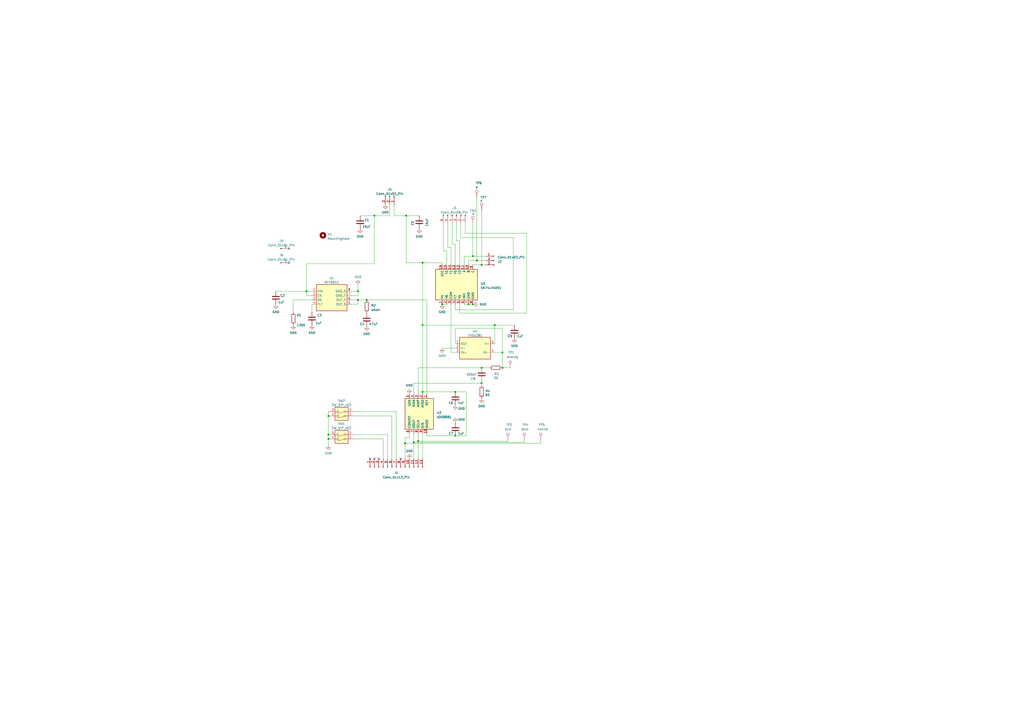
<source format=kicad_sch>
(kicad_sch (version 20231120) (generator "eeschema") (generator_version "8.0")
  (paper "A2")
  (title_block (title "Stem Piano - Six Channel Analog 0.0") (date "2023") (rev "0.0"))
  (lib_symbols
    (symbol "Connector:Conn_01x01_Pin" (pin_names (offset 1.016) hide)
      (property "Reference" "J" (at 0 2.54 0))
      (property "Value" "Conn_01x01_Pin" (at 0 -2.54 0))
      (symbol "Conn_01x01_Pin_1_1"
        (polyline (pts (xy 1.27 0) (xy 0.8636 0)) (stroke (width 0.1524)))
        (rectangle (start 0.8636 0.127) (end 0 -0.127) (stroke (width 0.1524)) (fill (type outline)))
        (pin passive line (at 5.08 0 180) (length 3.81) (name "Pin_1") (number "1"))
      )
    )
    (symbol "Connector:Conn_01x03_Pin" (pin_names (offset 1.016) hide)
      (property "Reference" "J" (at 0 5.08 0))
      (property "Value" "Conn_01x03_Pin" (at 0 -5.08 0))
      (symbol "Conn_01x03_Pin_1_1"
        (polyline (pts (xy 1.27 -2.54) (xy 0.8636 -2.54)) (stroke (width 0.1524)))
        (polyline (pts (xy 1.27 0) (xy 0.8636 0)) (stroke (width 0.1524)))
        (polyline (pts (xy 1.27 2.54) (xy 0.8636 2.54)) (stroke (width 0.1524)))
        (rectangle (start 0.8636 -2.413) (end 0 -2.667) (stroke (width 0.1524)) (fill (type outline)))
        (rectangle (start 0.8636 0.127) (end 0 -0.127) (stroke (width 0.1524)) (fill (type outline)))
        (rectangle (start 0.8636 2.667) (end 0 2.413) (stroke (width 0.1524)) (fill (type outline)))
        (pin passive line (at 5.08 2.54 180) (length 3.81) (name "Pin_1") (number "1"))
        (pin passive line (at 5.08 0 180) (length 3.81) (name "Pin_2") (number "2"))
        (pin passive line (at 5.08 -2.54 180) (length 3.81) (name "Pin_3") (number "3"))
      )
    )
    (symbol "Connector:Conn_01x06_Pin" (pin_names (offset 1.016) hide)
      (property "Reference" "J" (at 0 7.62 0))
      (property "Value" "Conn_01x06_Pin" (at 0 -10.16 0))
      (symbol "Conn_01x06_Pin_1_1"
        (polyline (pts (xy 1.27 -7.62) (xy 0.8636 -7.62)) (stroke (width 0.1524)))
        (polyline (pts (xy 1.27 -5.08) (xy 0.8636 -5.08)) (stroke (width 0.1524)))
        (polyline (pts (xy 1.27 -2.54) (xy 0.8636 -2.54)) (stroke (width 0.1524)))
        (polyline (pts (xy 1.27 0) (xy 0.8636 0)) (stroke (width 0.1524)))
        (polyline (pts (xy 1.27 2.54) (xy 0.8636 2.54)) (stroke (width 0.1524)))
        (polyline (pts (xy 1.27 5.08) (xy 0.8636 5.08)) (stroke (width 0.1524)))
        (rectangle (start 0.8636 -7.493) (end 0 -7.747) (stroke (width 0.1524)) (fill (type outline)))
        (rectangle (start 0.8636 -4.953) (end 0 -5.207) (stroke (width 0.1524)) (fill (type outline)))
        (rectangle (start 0.8636 -2.413) (end 0 -2.667) (stroke (width 0.1524)) (fill (type outline)))
        (rectangle (start 0.8636 0.127) (end 0 -0.127) (stroke (width 0.1524)) (fill (type outline)))
        (rectangle (start 0.8636 2.667) (end 0 2.413) (stroke (width 0.1524)) (fill (type outline)))
        (rectangle (start 0.8636 5.207) (end 0 4.953) (stroke (width 0.1524)) (fill (type outline)))
        (pin passive line (at 5.08 5.08 180) (length 3.81) (name "Pin_1") (number "1"))
        (pin passive line (at 5.08 2.54 180) (length 3.81) (name "Pin_2") (number "2"))
        (pin passive line (at 5.08 0 180) (length 3.81) (name "Pin_3") (number "3"))
        (pin passive line (at 5.08 -2.54 180) (length 3.81) (name "Pin_4") (number "4"))
        (pin passive line (at 5.08 -5.08 180) (length 3.81) (name "Pin_5") (number "5"))
        (pin passive line (at 5.08 -7.62 180) (length 3.81) (name "Pin_6") (number "6"))
      )
    )
    (symbol "Connector:Conn_01x13_Pin" (pin_names (offset 1.016) hide)
      (property "Reference" "J" (at 0 17.78 0))
      (property "Value" "Conn_01x13_Pin" (at 0 -17.78 0))
      (symbol "Conn_01x13_Pin_1_1"
        (polyline (pts (xy 1.27 -15.24) (xy 0.8636 -15.24)) (stroke (width 0.1524)))
        (polyline (pts (xy 1.27 -12.7) (xy 0.8636 -12.7)) (stroke (width 0.1524)))
        (polyline (pts (xy 1.27 -10.16) (xy 0.8636 -10.16)) (stroke (width 0.1524)))
        (polyline (pts (xy 1.27 -7.62) (xy 0.8636 -7.62)) (stroke (width 0.1524)))
        (polyline (pts (xy 1.27 -5.08) (xy 0.8636 -5.08)) (stroke (width 0.1524)))
        (polyline (pts (xy 1.27 -2.54) (xy 0.8636 -2.54)) (stroke (width 0.1524)))
        (polyline (pts (xy 1.27 0) (xy 0.8636 0)) (stroke (width 0.1524)))
        (polyline (pts (xy 1.27 2.54) (xy 0.8636 2.54)) (stroke (width 0.1524)))
        (polyline (pts (xy 1.27 5.08) (xy 0.8636 5.08)) (stroke (width 0.1524)))
        (polyline (pts (xy 1.27 7.62) (xy 0.8636 7.62)) (stroke (width 0.1524)))
        (polyline (pts (xy 1.27 10.16) (xy 0.8636 10.16)) (stroke (width 0.1524)))
        (polyline (pts (xy 1.27 12.7) (xy 0.8636 12.7)) (stroke (width 0.1524)))
        (polyline (pts (xy 1.27 15.24) (xy 0.8636 15.24)) (stroke (width 0.1524)))
        (rectangle (start 0.8636 -15.113) (end 0 -15.367) (stroke (width 0.1524)) (fill (type outline)))
        (rectangle (start 0.8636 -12.573) (end 0 -12.827) (stroke (width 0.1524)) (fill (type outline)))
        (rectangle (start 0.8636 -10.033) (end 0 -10.287) (stroke (width 0.1524)) (fill (type outline)))
        (rectangle (start 0.8636 -7.493) (end 0 -7.747) (stroke (width 0.1524)) (fill (type outline)))
        (rectangle (start 0.8636 -4.953) (end 0 -5.207) (stroke (width 0.1524)) (fill (type outline)))
        (rectangle (start 0.8636 -2.413) (end 0 -2.667) (stroke (width 0.1524)) (fill (type outline)))
        (rectangle (start 0.8636 0.127) (end 0 -0.127) (stroke (width 0.1524)) (fill (type outline)))
        (rectangle (start 0.8636 2.667) (end 0 2.413) (stroke (width 0.1524)) (fill (type outline)))
        (rectangle (start 0.8636 5.207) (end 0 4.953) (stroke (width 0.1524)) (fill (type outline)))
        (rectangle (start 0.8636 7.747) (end 0 7.493) (stroke (width 0.1524)) (fill (type outline)))
        (rectangle (start 0.8636 10.287) (end 0 10.033) (stroke (width 0.1524)) (fill (type outline)))
        (rectangle (start 0.8636 12.827) (end 0 12.573) (stroke (width 0.1524)) (fill (type outline)))
        (rectangle (start 0.8636 15.367) (end 0 15.113) (stroke (width 0.1524)) (fill (type outline)))
        (pin passive line (at 5.08 15.24 180) (length 3.81) (name "Pin_1") (number "1"))
        (pin passive line (at 5.08 -7.62 180) (length 3.81) (name "Pin_10") (number "10"))
        (pin passive line (at 5.08 -10.16 180) (length 3.81) (name "Pin_11") (number "11"))
        (pin passive line (at 5.08 -12.7 180) (length 3.81) (name "Pin_12") (number "12"))
        (pin passive line (at 5.08 -15.24 180) (length 3.81) (name "Pin_13") (number "13"))
        (pin passive line (at 5.08 12.7 180) (length 3.81) (name "Pin_2") (number "2"))
        (pin passive line (at 5.08 10.16 180) (length 3.81) (name "Pin_3") (number "3"))
        (pin passive line (at 5.08 7.62 180) (length 3.81) (name "Pin_4") (number "4"))
        (pin passive line (at 5.08 5.08 180) (length 3.81) (name "Pin_5") (number "5"))
        (pin passive line (at 5.08 2.54 180) (length 3.81) (name "Pin_6") (number "6"))
        (pin passive line (at 5.08 0 180) (length 3.81) (name "Pin_7") (number "7"))
        (pin passive line (at 5.08 -2.54 180) (length 3.81) (name "Pin_8") (number "8"))
        (pin passive line (at 5.08 -5.08 180) (length 3.81) (name "Pin_9") (number "9"))
      )
    )
    (symbol "Connector:TestPoint" (pin_numbers hide) (pin_names (offset 0.762) hide)
      (property "Reference" "TP" (at 0 6.858 0))
      (property "Value" "TestPoint" (at 0 5.08 0))
      (symbol "TestPoint_0_1"
        (circle (center 0 3.302) (radius 0.762))
      )
      (symbol "TestPoint_1_1"
        (pin passive line (at 0 0 90) (length 2.54) (name "1") (number "1"))
      )
    )
    (symbol "Device:C" (pin_numbers hide) (pin_names (offset 0.254))
      (property "Reference" "C" (at 0.635 2.54 0))
      (property "Value" "C" (at 0.635 -2.54 0))
      (symbol "C_0_1"
        (polyline (pts (xy -2.032 -0.762) (xy 2.032 -0.762)) (stroke (width 0.508)))
        (polyline (pts (xy -2.032 0.762) (xy 2.032 0.762)) (stroke (width 0.508)))
      )
      (symbol "C_1_1"
        (pin passive line (at 0 3.81 270) (length 2.794) (name "~") (number "1"))
        (pin passive line (at 0 -3.81 90) (length 2.794) (name "~") (number "2"))
      )
    )
    (symbol "Device:R" (pin_numbers hide) (pin_names (offset 0))
      (property "Reference" "R" (at 2.032 0 90))
      (property "Value" "R" (at 0 0 90))
      (symbol "R_0_1"
        (rectangle (start -1.016 -2.54) (end 1.016 2.54) (stroke (width 0.254)))
      )
      (symbol "R_1_1"
        (pin passive line (at 0 3.81 270) (length 1.27) (name "~") (number "1"))
        (pin passive line (at 0 -3.81 90) (length 1.27) (name "~") (number "2"))
      )
    )
    (symbol "GND_1" (power) (pin_numbers hide) (pin_names (offset 0) hide)
      (property "Value" "GND" (at 0 -3.81 0))
      (symbol "GND_1_0_1"
        (polyline (pts (xy 0 0) (xy 0 -1.27) (xy 1.27 -1.27) (xy 0 -2.54) (xy -1.27 -1.27) (xy 0 -1.27)))
      )
      (symbol "GND_1_1_1"
        (pin power_in line (at 0 0 270) (length 0) (name "~") (number "1"))
      )
    )
    (symbol "Mechanical:MountingHole" (pin_names (offset 1.016))
      (property "Reference" "H" (at 0 5.08 0))
      (property "Value" "MountingHole" (at 0 3.175 0))
      (symbol "MountingHole_0_1"
        (circle (center 0 0) (radius 1.27) (stroke (width 1.27)))
      )
    )
    (symbol "Switch:SW_DIP_x02" (pin_names (offset 0) hide)
      (property "Reference" "SW" (at 0 6.35 0))
      (property "Value" "SW_DIP_x02" (at 0 -3.81 0))
      (symbol "SW_DIP_x02_0_0"
        (circle (center -2.032 0) (radius 0.508))
        (circle (center -2.032 2.54) (radius 0.508))
        (polyline (pts (xy -1.524 0.127) (xy 2.3622 1.1684)))
        (polyline (pts (xy -1.524 2.667) (xy 2.3622 3.7084)))
        (circle (center 2.032 0) (radius 0.508))
        (circle (center 2.032 2.54) (radius 0.508))
      )
      (symbol "SW_DIP_x02_0_1"
        (rectangle (start -3.81 5.08) (end 3.81 -2.54) (stroke (width 0.254)) (fill (type background)))
      )
      (symbol "SW_DIP_x02_1_1"
        (pin passive line (at -7.62 2.54 0) (length 5.08) (name "~") (number "1"))
        (pin passive line (at -7.62 0 0) (length 5.08) (name "~") (number "2"))
        (pin passive line (at 7.62 0 180) (length 5.08) (name "~") (number "3"))
        (pin passive line (at 7.62 2.54 180) (length 5.08) (name "~") (number "4"))
      )
    )
    (symbol "stem_piano_symbols:ADS8881"
      (property "Reference" "U" (at 0 1.27 0))
      (property "Value" "ADS8881" (at 0 7.62 0))
      (symbol "ADS8881_0_1"
        (rectangle (start -8.89 8.89) (end 8.89 -7.62) (stroke (width 0.254)) (fill (type background)))
      )
      (symbol "ADS8881_1_1"
        (pin input line (at -11.43 5.08 0) (length 2.54) (name "REF") (number "1"))
        (pin power_in line (at 11.43 5.08 180) (length 2.54) (name "DVDD") (number "10"))
        (pin power_in line (at -11.43 2.54 0) (length 2.54) (name "AVDD") (number "2"))
        (pin input line (at -11.43 0 0) (length 2.54) (name "AINP") (number "3"))
        (pin input line (at -11.43 -2.54 0) (length 2.54) (name "AINN") (number "4"))
        (pin power_in line (at -11.43 -5.08 0) (length 2.54) (name "GDN") (number "5"))
        (pin input line (at 11.43 -5.08 180) (length 2.54) (name "CONVST") (number "6"))
        (pin output line (at 11.43 -2.54 180) (length 2.54) (name "DOUT") (number "7"))
        (pin input line (at 11.43 0 180) (length 2.54) (name "SCLK") (number "8"))
        (pin input line (at 11.43 2.54 180) (length 2.54) (name "DIN") (number "9"))
      )
    )
    (symbol "stem_piano_symbols:REF6030"
      (property "Reference" "U" (at 0 0 0))
      (property "Value" "REF60XX" (at 0 6.35 0))
      (symbol "REF6030_0_1"
        (rectangle (start -8.89 7.62) (end 8.89 -7.62) (stroke (width 0.254)) (fill (type background)))
      )
      (symbol "REF6030_1_1"
        (pin power_in line (at -11.43 3.81 0) (length 2.54) (name "VIN") (number "1"))
        (pin input line (at -11.43 1.27 0) (length 2.54) (name "EN") (number "2"))
        (pin input line (at -11.43 -1.27 0) (length 2.54) (name "SS") (number "3"))
        (pin input line (at -11.43 -3.81 0) (length 2.54) (name "FLT") (number "4"))
        (pin input line (at 11.43 -3.81 180) (length 2.54) (name "OUT_S") (number "5"))
        (pin output line (at 11.43 -1.27 180) (length 2.54) (name "OUT_F") (number "6"))
        (pin power_in line (at 11.43 1.27 180) (length 2.54) (name "GND_F") (number "7"))
        (pin power_in line (at 11.43 3.81 180) (length 2.54) (name "GND_S") (number "8"))
      )
    )
    (symbol "stem_piano_symbols:SN74LV4051"
      (property "Reference" "U" (at -8.89 16.51 0))
      (property "Value" "SN74LV4051" (at -8.89 13.97 0))
      (symbol "SN74LV4051_0_1"
        (rectangle (start -8.89 12.7) (end 8.89 -11.43) (stroke (width 0.254)) (fill (type background)))
      )
      (symbol "SN74LV4051_1_1"
        (pin input line (at -11.43 8.89 0) (length 2.54) (name "Y4") (number "1"))
        (pin input line (at 11.43 -6.35 180) (length 2.54) (name "B") (number "10"))
        (pin input line (at 11.43 -3.81 180) (length 2.54) (name "A") (number "11"))
        (pin input line (at 11.43 -1.27 180) (length 2.54) (name "Y3") (number "12"))
        (pin input line (at 11.43 1.27 180) (length 2.54) (name "Y0") (number "13"))
        (pin input line (at 11.43 3.81 180) (length 2.54) (name "Y1") (number "14"))
        (pin input line (at 11.43 6.35 180) (length 2.54) (name "Y2") (number "15"))
        (pin power_in line (at 11.43 8.89 180) (length 2.54) (name "VCC") (number "16"))
        (pin input line (at -11.43 6.35 0) (length 2.54) (name "Y6") (number "2"))
        (pin output line (at -11.43 3.81 0) (length 2.54) (name "COM") (number "3"))
        (pin input line (at -11.43 1.27 0) (length 2.54) (name "Y7") (number "4"))
        (pin input line (at -11.43 -1.27 0) (length 2.54) (name "Y5") (number "5"))
        (pin input line (at -11.43 -3.81 0) (length 2.54) (name "INH") (number "6"))
        (pin power_in line (at -11.43 -6.35 0) (length 2.54) (name "GND") (number "7"))
        (pin power_in line (at -11.43 -8.89 0) (length 2.54) (name "GND") (number "8"))
        (pin input line (at 11.43 -8.89 180) (length 2.54) (name "C") (number "9"))
      )
    )
    (symbol "stem_piano_symbols:THS4281"
      (property "Reference" "U" (at 0 -1.27 0))
      (property "Value" "THS4281" (at 0 5.08 0))
      (symbol "THS4281_0_1"
        (rectangle (start -8.89 6.35) (end 8.89 -6.35) (stroke (width 0.254)) (fill (type background)))
      )
      (symbol "THS4281_1_1"
        (pin output line (at -11.43 2.54 0) (length 2.54) (name "OUT") (number "1"))
        (pin power_in line (at -11.43 0 0) (length 2.54) (name "V-") (number "2"))
        (pin input line (at -11.43 -2.54 0) (length 2.54) (name "IN+") (number "3"))
        (pin input line (at 11.43 -2.54 180) (length 2.54) (name "IN-") (number "4"))
        (pin power_in line (at 11.43 2.54 180) (length 2.54) (name "V+") (number "5"))
      )
    )
  )
  (junction (at 190.5 254.635))
  (junction (at 242.57 255.905))
  (junction (at 279.4 222.25))
  (junction (at 264.16 252.73))
  (junction (at 245.11 188.595))
  (junction (at 287.02 188.595))
  (junction (at 256.54 176.53))
  (junction (at 264.16 227.33))
  (junction (at 279.4 213.36))
  (junction (at 271.78 176.53))
  (junction (at 291.465 213.36))
  (junction (at 234.95 257.175))
  (junction (at 245.11 227.33))
  (junction (at 190.5 252.095))
  (junction (at 217.17 125.095))
  (junction (at 291.465 204.47))
  (junction (at 207.645 173.99))
  (junction (at 190.5 241.3))
  (junction (at 245.11 152.4))
  (junction (at 177.8 168.91))
  (junction (at 207.645 168.91))
  (junction (at 274.32 176.53))
  (junction (at 212.725 173.99))
  (junction (at 240.03 256.54))
  (junction (at 235.585 125.095))
  (junction (at 276.606 151.13))
  (junction (at 274.32 148.59))
  (junction (at 279.4 153.67))
  (no_connect (at 167.64 152.4))
  (no_connect (at 217.17 266.065))
  (no_connect (at 214.63 266.065))
  (no_connect (at 219.71 266.065))
  (no_connect (at 232.41 266.065))
  (no_connect (at 167.64 144.145))
  (wire (pts (xy 247.65 173.99) (xy 247.65 228.6)))
  (wire (pts (xy 242.57 255.905) (xy 242.57 266.065)))
  (wire (pts (xy 279.4 121.92) (xy 279.4 153.67)))
  (wire (pts (xy 264.16 190.5) (xy 291.465 190.5)))
  (wire (pts (xy 205.74 254.635) (xy 222.25 254.635)))
  (wire (pts (xy 266.7 139.7) (xy 264.795 139.7)))
  (wire (pts (xy 259.08 153.67) (xy 259.08 145.415)))
  (wire (pts (xy 264.16 141.605) (xy 262.255 141.605)))
  (wire (pts (xy 245.11 152.4) (xy 245.11 188.595)))
  (wire (pts (xy 274.32 148.59) (xy 281.686 148.59)))
  (wire (pts (xy 271.78 176.53) (xy 274.32 176.53)))
  (wire (pts (xy 279.4 153.67) (xy 281.686 153.67)))
  (wire (pts (xy 279.4 222.25) (xy 279.4 223.52)))
  (wire (pts (xy 287.02 188.595) (xy 287.02 199.39)))
  (wire (pts (xy 269.24 176.53) (xy 271.78 176.53)))
  (wire (pts (xy 160.02 168.91) (xy 177.8 168.91)))
  (wire (pts (xy 259.08 176.53) (xy 256.54 176.53)))
  (wire (pts (xy 267.335 137.795) (xy 297.815 137.795)))
  (wire (pts (xy 264.16 199.39) (xy 264.16 190.5)))
  (wire (pts (xy 207.645 168.91) (xy 207.645 165.1)))
  (wire (pts (xy 305.435 135.255) (xy 305.435 181.61)))
  (wire (pts (xy 205.74 238.76) (xy 229.87 238.76)))
  (wire (pts (xy 269.875 129.54) (xy 269.875 135.255)))
  (wire (pts (xy 240.03 222.25) (xy 240.03 228.6)))
  (wire (pts (xy 267.335 129.54) (xy 267.335 137.795)))
  (wire (pts (xy 234.95 254) (xy 234.95 257.175)))
  (wire (pts (xy 245.11 251.46) (xy 245.11 266.065)))
  (wire (pts (xy 242.57 251.46) (xy 242.57 255.905)))
  (wire (pts (xy 287.02 204.47) (xy 291.465 204.47)))
  (wire (pts (xy 203.835 171.45) (xy 207.645 171.45)))
  (wire (pts (xy 274.32 129.54) (xy 274.32 148.59)))
  (wire (pts (xy 256.54 201.93) (xy 264.16 201.93)))
  (wire (pts (xy 229.87 238.76) (xy 229.87 266.065)))
  (wire (pts (xy 190.5 241.3) (xy 190.5 252.095)))
  (wire (pts (xy 205.74 252.095) (xy 224.79 252.095)))
  (wire (pts (xy 180.975 176.53) (xy 180.975 180.975)))
  (wire (pts (xy 180.975 171.45) (xy 177.8 171.45)))
  (wire (pts (xy 266.7 176.53) (xy 266.7 181.61)))
  (wire (pts (xy 264.16 179.705) (xy 264.16 176.53)))
  (wire (pts (xy 274.32 153.67) (xy 279.4 153.67)))
  (wire (pts (xy 270.51 227.33) (xy 264.16 227.33)))
  (wire (pts (xy 177.8 171.45) (xy 177.8 168.91)))
  (wire (pts (xy 242.57 255.905) (xy 294.64 255.905)))
  (wire (pts (xy 297.815 137.795) (xy 297.815 179.705)))
  (wire (pts (xy 269.24 148.59) (xy 269.24 153.67)))
  (wire (pts (xy 264.16 252.73) (xy 270.51 252.73)))
  (wire (pts (xy 271.78 151.13) (xy 271.78 153.67)))
  (wire (pts (xy 266.7 181.61) (xy 305.435 181.61)))
  (wire (pts (xy 313.69 255.27) (xy 313.69 257.175)))
  (wire (pts (xy 170.18 173.99) (xy 170.18 180.975)))
  (wire (pts (xy 235.585 125.095) (xy 235.585 152.4)))
  (wire (pts (xy 291.465 204.47) (xy 291.465 213.36)))
  (wire (pts (xy 247.65 252.73) (xy 247.65 251.46)))
  (wire (pts (xy 294.64 255.27) (xy 294.64 255.905)))
  (wire (pts (xy 177.8 168.91) (xy 180.975 168.91)))
  (wire (pts (xy 257.175 145.415) (xy 257.175 129.54)))
  (wire (pts (xy 190.5 252.095) (xy 190.5 254.635)))
  (wire (pts (xy 264.16 179.705) (xy 297.815 179.705)))
  (wire (pts (xy 261.62 143.51) (xy 259.715 143.51)))
  (wire (pts (xy 235.585 125.095) (xy 243.205 125.095)))
  (wire (pts (xy 226.06 118.745) (xy 226.06 125.095)))
  (wire (pts (xy 177.8 153.035) (xy 217.17 153.035)))
  (wire (pts (xy 256.54 152.4) (xy 256.54 153.67)))
  (wire (pts (xy 276.606 114.3) (xy 276.606 151.13)))
  (wire (pts (xy 217.17 153.035) (xy 217.17 125.095)))
  (wire (pts (xy 177.8 168.91) (xy 177.8 153.035)))
  (wire (pts (xy 279.4 213.36) (xy 283.718 213.36)))
  (wire (pts (xy 269.875 135.255) (xy 305.435 135.255)))
  (wire (pts (xy 264.16 252.73) (xy 247.65 252.73)))
  (wire (pts (xy 205.74 241.3) (xy 227.33 241.3)))
  (wire (pts (xy 207.645 176.53) (xy 207.645 173.99)))
  (wire (pts (xy 235.585 152.4) (xy 245.11 152.4)))
  (wire (pts (xy 203.835 173.99) (xy 207.645 173.99)))
  (wire (pts (xy 279.4 222.25) (xy 240.03 222.25)))
  (wire (pts (xy 228.6 125.095) (xy 235.585 125.095)))
  (wire (pts (xy 276.606 151.13) (xy 271.78 151.13)))
  (wire (pts (xy 245.11 227.33) (xy 264.16 227.33)))
  (wire (pts (xy 270.51 227.33) (xy 270.51 252.73)))
  (wire (pts (xy 269.24 148.59) (xy 274.32 148.59)))
  (wire (pts (xy 245.11 228.6) (xy 245.11 227.33)))
  (wire (pts (xy 190.5 238.76) (xy 190.5 241.3)))
  (wire (pts (xy 222.25 254.635) (xy 222.25 266.065)))
  (wire (pts (xy 170.18 173.99) (xy 180.975 173.99)))
  (wire (pts (xy 287.02 188.595) (xy 298.45 188.595)))
  (wire (pts (xy 291.465 213.36) (xy 295.91 213.36)))
  (wire (pts (xy 240.03 251.46) (xy 240.03 256.54)))
  (wire (pts (xy 259.08 145.415) (xy 257.175 145.415)))
  (wire (pts (xy 237.49 254) (xy 234.95 254)))
  (wire (pts (xy 245.11 152.4) (xy 256.54 152.4)))
  (wire (pts (xy 203.835 168.91) (xy 207.645 168.91)))
  (wire (pts (xy 291.465 190.5) (xy 291.465 204.47)))
  (wire (pts (xy 313.69 257.175) (xy 234.95 257.175)))
  (wire (pts (xy 190.5 254.635) (xy 190.5 258.445)))
  (wire (pts (xy 242.57 213.36) (xy 242.57 228.6)))
  (wire (pts (xy 279.4 220.98) (xy 279.4 222.25)))
  (wire (pts (xy 259.715 143.51) (xy 259.715 129.54)))
  (wire (pts (xy 279.4 213.36) (xy 242.57 213.36)))
  (wire (pts (xy 234.95 257.175) (xy 234.95 266.065)))
  (wire (pts (xy 207.645 173.99) (xy 212.725 173.99)))
  (wire (pts (xy 240.03 256.54) (xy 240.03 266.065)))
  (wire (pts (xy 224.79 252.095) (xy 224.79 266.065)))
  (wire (pts (xy 264.795 139.7) (xy 264.795 129.54)))
  (wire (pts (xy 227.33 241.3) (xy 227.33 266.065)))
  (wire (pts (xy 208.915 125.095) (xy 217.17 125.095)))
  (wire (pts (xy 207.645 171.45) (xy 207.645 168.91)))
  (wire (pts (xy 291.338 213.36) (xy 291.465 213.36)))
  (wire (pts (xy 276.606 151.13) (xy 281.686 151.13)))
  (wire (pts (xy 237.49 251.46) (xy 237.49 254)))
  (wire (pts (xy 266.7 153.67) (xy 266.7 139.7)))
  (wire (pts (xy 264.16 153.67) (xy 264.16 141.605)))
  (wire (pts (xy 228.6 118.745) (xy 228.6 125.095)))
  (wire (pts (xy 203.835 176.53) (xy 207.645 176.53)))
  (wire (pts (xy 245.11 188.595) (xy 245.11 227.33)))
  (wire (pts (xy 261.62 204.47) (xy 264.16 204.47)))
  (wire (pts (xy 262.255 141.605) (xy 262.255 129.54)))
  (wire (pts (xy 304.165 255.27) (xy 304.165 256.54)))
  (wire (pts (xy 245.11 188.595) (xy 287.02 188.595)))
  (wire (pts (xy 261.62 176.53) (xy 261.62 204.47)))
  (wire (pts (xy 261.62 153.67) (xy 261.62 143.51)))
  (wire (pts (xy 226.06 125.095) (xy 217.17 125.095)))
  (wire (pts (xy 240.03 256.54) (xy 304.165 256.54)))
  (wire (pts (xy 212.725 173.99) (xy 247.65 173.99)))
  (symbol (lib_name "GND_1") (lib_id "power:GND") (at 264.16 234.95 0) (unit 1)
    (property "Reference" "#PWR016" (effects (hide yes)))
    (property "Value" "GND" (at 267.716 236.982 0))
    (property "Description" "Power symbol creates a global label with name \"GND\" , ground" (effects (hide yes)))
  )
  (symbol (lib_id "Connector:TestPoint") (at 313.69 255.27 0) (unit 1)
    (property "Reference" "TP5" (at 312.42 246.38 0) (effects (justify left)))
    (property "Value" "convst" (at 311.785 248.92 0) (effects (justify left)))
    (property "Footprint" "TestPoint:TestPoint_Keystone_5000-5004_Miniature" (effects (hide yes)))
  )
  (symbol (lib_id "stem_piano_symbols:ADS8881") (at 242.57 240.03 270) (unit 1)
    (property "Reference" "U2" (at 253.365 239.395 90) (effects (justify left)))
    (property "Value" "ADS8881" (at 253.365 241.935 90) (effects (justify left)))
    (property "Footprint" "stem_piano_footprints:VSSOP-10_medpad" (effects (hide yes)))
  )
  (symbol (lib_id "Device:C") (at 160.02 172.72 0) (unit 1)
    (property "Reference" "C2" (at 162.56 171.45 0) (effects (justify left)))
    (property "Value" "1uF" (at 161.29 175.26 0) (effects (justify left)))
    (property "Footprint" "stem_piano_footprints:C_0805_2012_1.18x1.45mm_medpad" (effects (hide yes)))
  )
  (symbol (lib_id "Connector:Conn_01x03_Pin") (at 226.06 113.665 270) (unit 1)
    (property "Reference" "J4" (at 226.06 109.855 90))
    (property "Value" "Conn_01x03_Pin" (at 226.06 112.395 90))
    (property "Footprint" "Connector_PinHeader_2.54mm:PinHeader_1x03_P2.54mm_Vertical" (effects (hide yes)))
  )
  (symbol (lib_id "Device:C") (at 208.915 128.905 0) (unit 1)
    (property "Reference" "C1" (at 211.455 127.635 0) (effects (justify left)))
    (property "Value" "10uF" (at 210.185 131.445 0) (effects (justify left)))
    (property "Footprint" "stem_piano_footprints:C_0805_2012_1.18x1.45mm_medpad" (effects (hide yes)))
  )
  (symbol (lib_id "Device:R") (at 287.528 213.36 270) (unit 1)
    (property "Reference" "R3" (at 288.036 216.916 90))
    (property "Value" "50" (at 287.782 219.202 90))
    (property "Footprint" "stem_piano_footprints:R_0805_2012_1.20x1.40mm_medpad" (effects (hide yes)))
  )
  (symbol (lib_id "Device:C") (at 264.16 248.92 180) (unit 1)
    (property "Reference" "C7" (at 262.89 251.46 0) (effects (justify left)))
    (property "Value" "1uF" (at 269.24 251.46 0) (effects (justify left)))
    (property "Footprint" "stem_piano_footprints:C_0805_2012_1.18x1.45mm_medpad" (effects (hide yes)))
  )
  (symbol (lib_id "Mechanical:MountingHole") (at 187.325 136.525 0) (unit 1)
    (property "Reference" "H1" (at 189.865 135.89 0) (effects (justify left)))
    (property "Value" "MountingHole" (at 189.865 138.43 0) (effects (justify left)))
    (property "Footprint" "MountingHole:MountingHole_2.2mm_M2_DIN965_Pad_TopBottom" (effects (hide yes)))
  )
  (symbol (lib_name "GND_1") (lib_id "power:GND") (at 180.975 188.595 0) (unit 1)
    (property "Reference" "#PWR07" (effects (hide yes)))
    (property "Value" "GND" (at 180.975 193.04 0))
    (property "Description" "Power symbol creates a global label with name \"GND\" , ground" (effects (hide yes)))
  )
  (symbol (lib_name "GND_1") (lib_id "power:GND") (at 208.915 132.715 0) (unit 1)
    (property "Reference" "#PWR011" (effects (hide yes)))
    (property "Value" "GND" (at 208.915 137.16 0))
    (property "Description" "Power symbol creates a global label with name \"GND\" , ground" (effects (hide yes)))
  )
  (symbol (lib_name "GND_1") (lib_id "power:GND") (at 237.49 228.6 180) (unit 1)
    (property "Reference" "#PWR019" (effects (hide yes)))
    (property "Value" "GND" (at 237.49 223.52 0))
    (property "Description" "Power symbol creates a global label with name \"GND\" , ground" (effects (hide yes)))
  )
  (symbol (lib_name "GND_1") (lib_id "power:GND") (at 207.645 165.1 180) (unit 1)
    (property "Reference" "#PWR010" (effects (hide yes)))
    (property "Value" "GND" (at 207.645 160.655 0))
    (property "Description" "Power symbol creates a global label with name \"GND\" , ground" (effects (hide yes)))
  )
  (symbol (lib_id "Device:C") (at 212.725 185.42 180) (unit 1)
    (property "Reference" "C4" (at 211.455 187.96 0) (effects (justify left)))
    (property "Value" "47uF" (at 219.075 187.96 0) (effects (justify left)))
    (property "Footprint" "stem_piano_footprints:C_0805_2012_1.18x1.45mm_medpad" (effects (hide yes)))
  )
  (symbol (lib_id "Device:C") (at 180.975 184.785 180) (unit 1)
    (property "Reference" "C3" (at 186.69 182.88 0) (effects (justify left)))
    (property "Value" "1uF" (at 186.69 187.325 0) (effects (justify left)))
    (property "Footprint" "stem_piano_footprints:C_0805_2012_1.18x1.45mm_medpad" (effects (hide yes)))
  )
  (symbol (lib_name "GND_1") (lib_id "power:GND") (at 212.725 189.23 0) (unit 1)
    (property "Reference" "#PWR09" (effects (hide yes)))
    (property "Value" "GND" (at 212.725 193.675 0))
    (property "Description" "Power symbol creates a global label with name \"GND\" , ground" (effects (hide yes)))
  )
  (symbol (lib_name "GND_1") (lib_id "power:GND") (at 256.54 201.93 0) (unit 1)
    (property "Reference" "#PWR04" (effects (hide yes)))
    (property "Value" "GND" (at 256.54 206.375 0))
    (property "Description" "Power symbol creates a global label with name \"GND\" , ground" (effects (hide yes)))
  )
  (symbol (lib_name "GND_1") (lib_id "power:GND") (at 223.52 118.745 0) (unit 1)
    (property "Reference" "#PWR012" (effects (hide yes)))
    (property "Value" "GND" (at 223.52 123.19 0))
    (property "Description" "Power symbol creates a global label with name \"GND\" , ground" (effects (hide yes)))
  )
  (symbol (lib_id "Connector:TestPoint") (at 274.32 129.54 0) (unit 1)
    (property "Reference" "TP2" (at 272.542 122.428 0) (effects (justify left)))
    (property "Value" "a" (at 273.812 123.952 0) (effects (justify left)))
    (property "Footprint" "TestPoint:TestPoint_Keystone_5000-5004_Miniature" (effects (hide yes)))
  )
  (symbol (lib_name "GND_1") (lib_id "power:GND") (at 298.45 196.215 0) (unit 1)
    (property "Reference" "#PWR05" (effects (hide yes)))
    (property "Value" "GND" (at 298.45 200.66 0))
    (property "Description" "Power symbol creates a global label with name \"GND\" , ground" (effects (hide yes)))
  )
  (symbol (lib_id "Connector:TestPoint") (at 294.64 255.27 0) (unit 1)
    (property "Reference" "TP3" (at 293.37 246.38 0) (effects (justify left)))
    (property "Value" "sclk" (at 292.735 248.92 0) (effects (justify left)))
    (property "Footprint" "TestPoint:TestPoint_Keystone_5000-5004_Miniature" (effects (hide yes)))
  )
  (symbol (lib_id "Connector:TestPoint") (at 295.91 213.36 0) (unit 1)
    (property "Reference" "TP1" (at 294.64 204.47 0) (effects (justify left)))
    (property "Value" "analog" (at 294.005 207.01 0) (effects (justify left)))
    (property "Footprint" "TestPoint:TestPoint_Keystone_5000-5004_Miniature" (effects (hide yes)))
  )
  (symbol (lib_id "Device:C") (at 298.45 192.405 180) (unit 1)
    (property "Reference" "C9" (at 297.18 194.945 0) (effects (justify left)))
    (property "Value" "1uF" (at 303.53 194.945 0) (effects (justify left)))
    (property "Footprint" "stem_piano_footprints:C_0805_2012_1.18x1.45mm_medpad" (effects (hide yes)))
  )
  (symbol (lib_id "stem_piano_symbols:SN74LV4051") (at 265.43 165.1 90) (unit 1)
    (property "Reference" "U3" (at 278.765 164.465 90) (effects (justify right)))
    (property "Value" "SN74LV4051" (at 278.765 167.005 90) (effects (justify right)))
    (property "Footprint" "stem_piano_footprints:SOIC-16_3.9x9.9mm_P1.27mm_medpad" (effects (hide yes)))
  )
  (symbol (lib_name "GND_1") (lib_id "power:GND") (at 264.16 245.11 180) (unit 1)
    (property "Reference" "#PWR017" (effects (hide yes)))
    (property "Value" "GND" (at 267.716 243.332 0))
    (property "Description" "Power symbol creates a global label with name \"GND\" , ground" (effects (hide yes)))
  )
  (symbol (lib_id "Device:C") (at 279.4 217.17 180) (unit 1)
    (property "Reference" "C8" (at 275.844 219.71 0) (effects (justify left)))
    (property "Value" "500pF" (at 276.606 217.17 0) (effects (justify left)))
    (property "Footprint" "stem_piano_footprints:C_0805_2012_1.18x1.45mm_medpad" (effects (hide yes)))
  )
  (symbol (lib_name "GND_1") (lib_id "power:GND") (at 279.4 231.14 0) (unit 1)
    (property "Reference" "#PWR01" (effects (hide yes)))
    (property "Value" "GND" (at 279.4 235.585 0))
    (property "Description" "Power symbol creates a global label with name \"GND\" , ground" (effects (hide yes)))
  )
  (symbol (lib_id "Device:C") (at 243.205 128.905 0) (unit 1)
    (property "Reference" "C5" (at 239.395 130.81 90) (effects (justify left)))
    (property "Value" "10uF" (at 247.65 131.445 90) (effects (justify left)))
    (property "Footprint" "stem_piano_footprints:C_0805_2012_1.18x1.45mm_medpad" (effects (hide yes)))
  )
  (symbol (lib_id "Connector:Conn_01x03_Pin") (at 286.766 151.13 0) (mirror y) (unit 1)
    (property "Reference" "J2" (at 288.671 151.765 0) (effects (justify right)))
    (property "Value" "Conn_01x03_Pin" (at 288.671 149.225 0) (effects (justify right)))
    (property "Footprint" "Connector_PinHeader_2.54mm:PinHeader_1x03_P2.54mm_Vertical" (effects (hide yes)))
  )
  (symbol (lib_id "Connector:Conn_01x01_Pin") (at 162.56 144.145 0) (unit 1)
    (property "Reference" "J5" (at 163.195 139.7 0))
    (property "Value" "Conn_01x01_Pin" (at 163.195 142.24 0))
    (property "Footprint" "Connector_PinHeader_2.54mm:PinHeader_1x01_P2.54mm_Vertical" (effects (hide yes)))
  )
  (symbol (lib_id "Connector:TestPoint") (at 276.606 114.3 0) (unit 1)
    (property "Reference" "TP6" (at 275.844 106.172 0) (effects (justify left)))
    (property "Value" "b" (at 275.844 108.712 0) (effects (justify left)))
    (property "Footprint" "TestPoint:TestPoint_Keystone_5000-5004_Miniature" (effects (hide yes)))
  )
  (symbol (lib_id "Device:R") (at 212.725 177.8 180) (unit 1)
    (property "Reference" "R2" (at 215.265 177.165 0) (effects (justify right)))
    (property "Value" "small" (at 215.265 179.705 0) (effects (justify right)))
    (property "Footprint" "stem_piano_footprints:R_0805_2012_1.20x1.40mm_medpad" (effects (hide yes)))
  )
  (symbol (lib_id "Switch:SW_DIP_x02") (at 198.12 252.095 180) (unit 1)
    (property "Reference" "SW1" (at 198.12 245.745 0))
    (property "Value" "SW_DIP_x02" (at 198.12 248.285 0))
    (property "Footprint" "stem_piano_footprints:SW_DIP_SPSTx02_Slide_medpad" (effects (hide yes)))
  )
  (symbol (lib_name "GND_1") (lib_id "power:GND") (at 256.54 176.53 0) (unit 1)
    (property "Reference" "#PWR014" (effects (hide yes)))
    (property "Value" "GND" (at 256.54 180.975 0))
    (property "Description" "Power symbol creates a global label with name \"GND\" , ground" (effects (hide yes)))
  )
  (symbol (lib_id "Connector:TestPoint") (at 304.165 255.27 0) (unit 1)
    (property "Reference" "TP4" (at 302.895 246.38 0) (effects (justify left)))
    (property "Value" "dout" (at 302.26 248.92 0) (effects (justify left)))
    (property "Footprint" "TestPoint:TestPoint_Keystone_5000-5004_Miniature" (effects (hide yes)))
  )
  (symbol (lib_id "Switch:SW_DIP_x02") (at 198.12 238.76 180) (unit 1)
    (property "Reference" "SW2" (at 198.12 232.41 0))
    (property "Value" "SW_DIP_x02" (at 198.12 234.95 0))
    (property "Footprint" "stem_piano_footprints:SW_DIP_SPSTx02_Slide_medpad" (effects (hide yes)))
  )
  (symbol (lib_id "Connector:Conn_01x06_Pin") (at 264.795 124.46 270) (unit 1)
    (property "Reference" "J3" (at 263.525 120.65 90))
    (property "Value" "Conn_01x06_Pin" (at 263.525 123.19 90))
    (property "Footprint" "Connector_PinHeader_2.54mm:PinHeader_1x06_P2.54mm_Vertical" (effects (hide yes)))
  )
  (symbol (lib_id "Connector:Conn_01x01_Pin") (at 162.56 152.4 0) (unit 1)
    (property "Reference" "J6" (at 163.195 147.955 0))
    (property "Value" "Conn_01x01_Pin" (at 163.195 150.495 0))
    (property "Footprint" "Connector_PinHeader_2.54mm:PinHeader_1x01_P2.54mm_Vertical" (effects (hide yes)))
  )
  (symbol (lib_id "Connector:TestPoint") (at 279.4 121.92 0) (unit 1)
    (property "Reference" "TP7" (at 278.638 114.554 0) (effects (justify left)))
    (property "Value" "c" (at 278.638 116.332 0) (effects (justify left)))
    (property "Footprint" "TestPoint:TestPoint_Keystone_5000-5004_Miniature" (effects (hide yes)))
  )
  (symbol (lib_id "Device:R") (at 170.18 184.785 180) (unit 1)
    (property "Reference" "R1" (at 172.085 182.88 0) (effects (justify right)))
    (property "Value" "120K" (at 172.085 188.595 0) (effects (justify right)))
    (property "Footprint" "stem_piano_footprints:R_0805_2012_1.20x1.40mm_medpad" (effects (hide yes)))
  )
  (symbol (lib_name "GND_1") (lib_id "power:GND") (at 160.02 176.53 0) (unit 1)
    (property "Reference" "#PWR08" (effects (hide yes)))
    (property "Value" "GND" (at 160.02 180.975 0))
    (property "Description" "Power symbol creates a global label with name \"GND\" , ground" (effects (hide yes)))
  )
  (symbol (lib_name "GND_1") (lib_id "power:GND") (at 170.18 188.595 0) (unit 1)
    (property "Reference" "#PWR06" (effects (hide yes)))
    (property "Value" "GND" (at 170.18 193.04 0))
    (property "Description" "Power symbol creates a global label with name \"GND\" , ground" (effects (hide yes)))
  )
  (symbol (lib_id "stem_piano_symbols:REF6030") (at 192.405 172.72 0) (unit 1)
    (property "Reference" "U1" (at 192.405 161.29 0))
    (property "Value" "REF60XX" (at 192.405 163.83 0))
    (property "Footprint" "stem_piano_footprints:VSSOP-8_3.0x3.0mm_P0.65mm_medpads" (effects (hide yes)))
    (property "Description" "Reference" (effects (hide yes)))
  )
  (symbol (lib_name "GND_1") (lib_id "power:GND") (at 190.5 258.445 0) (unit 1)
    (property "Reference" "#PWR02" (effects (hide yes)))
    (property "Value" "GND" (at 190.5 262.89 0))
    (property "Description" "Power symbol creates a global label with name \"GND\" , ground" (effects (hide yes)))
  )
  (symbol (lib_id "stem_piano_symbols:THS4281") (at 275.59 201.93 0) (unit 1)
    (property "Reference" "U4" (at 275.59 192.024 0))
    (property "Value" "THS4281" (at 275.59 194.564 0))
    (property "Footprint" "stem_piano_footprints:SOT-23-5_medpad" (effects (hide yes)))
  )
  (symbol (lib_name "GND_1") (lib_id "power:GND") (at 237.49 266.065 180) (unit 1)
    (property "Reference" "#PWR03" (effects (hide yes)))
    (property "Value" "GND" (at 237.49 261.62 0))
    (property "Description" "Power symbol creates a global label with name \"GND\" , ground" (effects (hide yes)))
  )
  (symbol (lib_id "Device:R") (at 279.4 227.33 0) (unit 1)
    (property "Reference" "R4" (at 282.956 226.822 0))
    (property "Value" "50" (at 282.702 229.108 0))
    (property "Footprint" "stem_piano_footprints:R_0805_2012_1.20x1.40mm_medpad" (effects (hide yes)))
  )
  (symbol (lib_name "GND_1") (lib_id "power:GND") (at 243.205 132.715 0) (unit 1)
    (property "Reference" "#PWR013" (effects (hide yes)))
    (property "Value" "GND" (at 243.205 137.16 0))
    (property "Description" "Power symbol creates a global label with name \"GND\" , ground" (effects (hide yes)))
  )
  (symbol (lib_id "Device:C") (at 264.16 231.14 180) (unit 1)
    (property "Reference" "C6" (at 262.89 233.68 0) (effects (justify left)))
    (property "Value" "1uF" (at 269.24 233.68 0) (effects (justify left)))
    (property "Footprint" "stem_piano_footprints:C_0805_2012_1.18x1.45mm_medpad" (effects (hide yes)))
  )
  (symbol (lib_id "Connector:Conn_01x13_Pin") (at 229.87 271.145 90) (unit 1)
    (property "Reference" "J1" (at 229.87 274.32 90))
    (property "Value" "Conn_01x13_Pin" (at 229.87 276.86 90))
    (property "Footprint" "Connector_PinHeader_2.54mm:PinHeader_1x13_P2.54mm_Vertical" (effects (hide yes)))
  )
  (symbol (lib_name "GND_1") (lib_id "power:GND") (at 274.32 176.53 90) (unit 1)
    (property "Reference" "#PWR015" (effects (hide yes)))
    (property "Value" "GND" (at 278.13 176.5299 90) (effects (justify right)))
    (property "Description" "Power symbol creates a global label with name \"GND\" , ground" (effects (hide yes)))
  )
)
</source>
